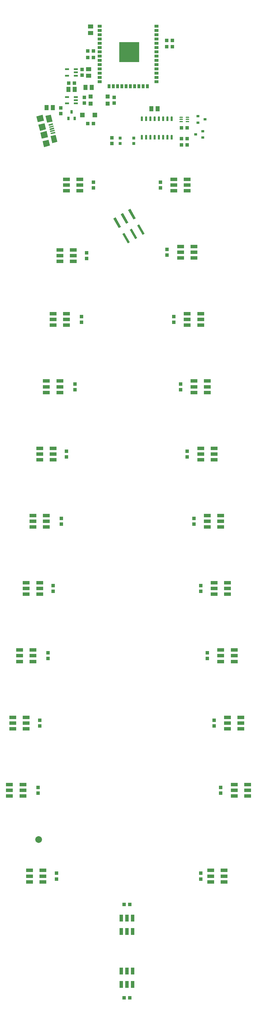
<source format=gbr>
G04 EAGLE Gerber RS-274X export*
G75*
%MOMM*%
%FSLAX34Y34*%
%LPD*%
%INSoldermask Top*%
%IPPOS*%
%AMOC8*
5,1,8,0,0,1.08239X$1,22.5*%
G01*
%ADD10R,1.000000X1.100000*%
%ADD11R,2.000000X1.100000*%
%ADD12R,1.100000X2.000000*%
%ADD13R,1.100000X1.000000*%
%ADD14R,1.500000X1.240000*%
%ADD15R,1.075000X1.000000*%
%ADD16R,1.240000X1.500000*%
%ADD17R,1.200000X0.550000*%
%ADD18R,1.400000X1.400000*%
%ADD19R,1.200000X1.200000*%
%ADD20R,1.000000X1.075000*%
%ADD21R,0.900000X0.900000*%
%ADD22R,0.900000X0.800000*%
%ADD23R,1.200000X0.900000*%
%ADD24R,0.900000X1.200000*%
%ADD25R,6.000000X6.000000*%
%ADD26R,0.635000X1.016000*%
%ADD27R,0.400000X1.350000*%
%ADD28R,2.100000X1.600000*%
%ADD29R,1.900000X1.900000*%
%ADD30R,1.800000X1.900000*%
%ADD31C,0.155000*%
%ADD32C,0.195000*%
%ADD33C,2.000000*%
%ADD34R,0.736600X3.251200*%


D10*
X260000Y-2091500D03*
X260000Y-2108500D03*
X-260000Y-2091500D03*
X-260000Y-2108500D03*
X240000Y-1891500D03*
X240000Y-1908500D03*
X-235000Y-1891500D03*
X-235000Y-1908500D03*
X220000Y-1691500D03*
X220000Y-1708500D03*
X-220000Y-1691500D03*
X-220000Y-1708500D03*
X200000Y-1491500D03*
X200000Y-1508500D03*
X-155000Y-1091500D03*
X-155000Y-1108500D03*
X-195000Y-1491500D03*
X-195000Y-1508500D03*
X180000Y-1291500D03*
X180000Y-1308500D03*
X-180000Y-1291500D03*
X-180000Y-1308500D03*
X160000Y-1091500D03*
X160000Y-1108500D03*
X140000Y-891500D03*
X140000Y-908500D03*
X-135000Y-891500D03*
X-135000Y-908500D03*
X120000Y-691500D03*
X120000Y-708500D03*
X-120000Y-701500D03*
X-120000Y-718500D03*
X100000Y-491500D03*
X100000Y-508500D03*
X-100000Y-491500D03*
X-100000Y-508500D03*
D11*
X-180000Y-483000D03*
X-180000Y-500000D03*
X-180000Y-517000D03*
X-140000Y-517000D03*
X-140000Y-500000D03*
X-140000Y-483000D03*
X220000Y-1283000D03*
X220000Y-1300000D03*
X220000Y-1317000D03*
X260000Y-1317000D03*
X260000Y-1300000D03*
X260000Y-1283000D03*
X-280000Y-1483000D03*
X-280000Y-1500000D03*
X-280000Y-1517000D03*
X-240000Y-1517000D03*
X-240000Y-1500000D03*
X-240000Y-1483000D03*
X240000Y-1483000D03*
X240000Y-1500000D03*
X240000Y-1517000D03*
X280000Y-1517000D03*
X280000Y-1500000D03*
X280000Y-1483000D03*
X-300000Y-1683000D03*
X-300000Y-1700000D03*
X-300000Y-1717000D03*
X-260000Y-1717000D03*
X-260000Y-1700000D03*
X-260000Y-1683000D03*
X260000Y-1683000D03*
X260000Y-1700000D03*
X260000Y-1717000D03*
X300000Y-1717000D03*
X300000Y-1700000D03*
X300000Y-1683000D03*
X-320000Y-1883000D03*
X-320000Y-1900000D03*
X-320000Y-1917000D03*
X-280000Y-1917000D03*
X-280000Y-1900000D03*
X-280000Y-1883000D03*
X280000Y-1883000D03*
X280000Y-1900000D03*
X280000Y-1917000D03*
X320000Y-1917000D03*
X320000Y-1900000D03*
X320000Y-1883000D03*
X-340000Y-2083000D03*
X-340000Y-2100000D03*
X-340000Y-2117000D03*
X-300000Y-2117000D03*
X-300000Y-2100000D03*
X-300000Y-2083000D03*
X300000Y-2083000D03*
X300000Y-2100000D03*
X300000Y-2117000D03*
X340000Y-2117000D03*
X340000Y-2100000D03*
X340000Y-2083000D03*
X-350000Y-2283000D03*
X-350000Y-2300000D03*
X-350000Y-2317000D03*
X-310000Y-2317000D03*
X-310000Y-2300000D03*
X-310000Y-2283000D03*
X140000Y-483000D03*
X140000Y-500000D03*
X140000Y-517000D03*
X180000Y-517000D03*
X180000Y-500000D03*
X180000Y-483000D03*
X320000Y-2283000D03*
X320000Y-2300000D03*
X320000Y-2317000D03*
X360000Y-2317000D03*
X360000Y-2300000D03*
X360000Y-2283000D03*
X-290000Y-2538400D03*
X-290000Y-2555400D03*
X-290000Y-2572400D03*
X-250000Y-2572400D03*
X-250000Y-2555400D03*
X-250000Y-2538400D03*
X250000Y-2538400D03*
X250000Y-2555400D03*
X250000Y-2572400D03*
X290000Y-2572400D03*
X290000Y-2555400D03*
X290000Y-2538400D03*
D12*
X-17000Y-2720000D03*
X0Y-2720000D03*
X17000Y-2720000D03*
X17000Y-2680000D03*
X0Y-2680000D03*
X-17000Y-2680000D03*
X-17000Y-2877700D03*
X0Y-2877700D03*
X17000Y-2877700D03*
X17000Y-2837700D03*
X0Y-2837700D03*
X-17000Y-2837700D03*
D11*
X-200000Y-693000D03*
X-200000Y-710000D03*
X-200000Y-727000D03*
X-160000Y-727000D03*
X-160000Y-710000D03*
X-160000Y-693000D03*
X160000Y-683000D03*
X160000Y-700000D03*
X160000Y-717000D03*
X200000Y-717000D03*
X200000Y-700000D03*
X200000Y-683000D03*
X-220000Y-883000D03*
X-220000Y-900000D03*
X-220000Y-917000D03*
X-180000Y-917000D03*
X-180000Y-900000D03*
X-180000Y-883000D03*
X180000Y-883000D03*
X180000Y-900000D03*
X180000Y-917000D03*
X220000Y-917000D03*
X220000Y-900000D03*
X220000Y-883000D03*
X-240000Y-1083000D03*
X-240000Y-1100000D03*
X-240000Y-1117000D03*
X-200000Y-1117000D03*
X-200000Y-1100000D03*
X-200000Y-1083000D03*
X200000Y-1083000D03*
X200000Y-1100000D03*
X200000Y-1117000D03*
X240000Y-1117000D03*
X240000Y-1100000D03*
X240000Y-1083000D03*
X-260000Y-1283000D03*
X-260000Y-1300000D03*
X-260000Y-1317000D03*
X-220000Y-1317000D03*
X-220000Y-1300000D03*
X-220000Y-1283000D03*
D10*
X-265000Y-2291500D03*
X-265000Y-2308500D03*
X280000Y-2291500D03*
X280000Y-2308500D03*
X-210000Y-2546900D03*
X-210000Y-2563900D03*
X220000Y-2546900D03*
X220000Y-2563900D03*
D13*
X-8500Y-2640000D03*
X8500Y-2640000D03*
X-8500Y-2917700D03*
X8500Y-2917700D03*
D14*
X-114300Y-174600D03*
X-114300Y-155600D03*
D15*
X-173600Y-196850D03*
X-156600Y-196850D03*
D16*
X-104800Y-209550D03*
X-123800Y-209550D03*
D17*
X-152099Y-174600D03*
X-152099Y-165100D03*
X-152099Y-155600D03*
X-178101Y-155600D03*
X-178101Y-174600D03*
D18*
X-132800Y-292100D03*
X-95800Y-292100D03*
D17*
X-152099Y-257150D03*
X-152099Y-247650D03*
X-152099Y-238150D03*
X-178101Y-238150D03*
X-178101Y-257150D03*
D19*
X-107950Y-237150D03*
X-107950Y-258150D03*
D20*
X-127000Y-239150D03*
X-127000Y-256150D03*
D16*
X-174600Y-215900D03*
X-155600Y-215900D03*
D21*
X-20500Y-376300D03*
X-20500Y-360300D03*
X20500Y-360300D03*
X20500Y-376300D03*
D19*
X-57150Y-237150D03*
X-57150Y-258150D03*
D20*
X-38100Y-239150D03*
X-38100Y-256150D03*
D16*
X92050Y-273050D03*
X73050Y-273050D03*
D22*
X204900Y-349250D03*
X225900Y-339750D03*
X225900Y-358750D03*
X233250Y-304800D03*
X212250Y-314300D03*
X212250Y-295300D03*
D20*
X-133350Y-156600D03*
X-133350Y-173600D03*
D14*
X-107950Y-47600D03*
X-107950Y-28600D03*
D23*
X-81380Y-27570D03*
X-81380Y-40270D03*
X-81380Y-52970D03*
X-81380Y-65670D03*
X-81380Y-78370D03*
X-81380Y-91070D03*
X-81380Y-103770D03*
X-81380Y-116470D03*
X-81380Y-129170D03*
X-81380Y-141870D03*
X-81380Y-154570D03*
X-81380Y-167270D03*
X-81380Y-179970D03*
X-81380Y-192670D03*
D24*
X-53380Y-206570D03*
X-40680Y-206570D03*
X-27980Y-206570D03*
X-15280Y-206570D03*
X-2580Y-206570D03*
X10120Y-206570D03*
X22820Y-206570D03*
X35520Y-206570D03*
X48220Y-206570D03*
X60920Y-206570D03*
D23*
X88620Y-192670D03*
X88620Y-179970D03*
X88620Y-167270D03*
X88620Y-154570D03*
X88620Y-141870D03*
X88620Y-129170D03*
X88620Y-116470D03*
X88620Y-103770D03*
X88620Y-91070D03*
X88620Y-78370D03*
X88620Y-65670D03*
X88620Y-52970D03*
X88620Y-40270D03*
X88620Y-27570D03*
D25*
X7020Y-104570D03*
D26*
X-165100Y-282100D03*
X-155600Y-302100D03*
X-174600Y-302100D03*
D15*
X-99450Y-317500D03*
X-116450Y-317500D03*
X-99450Y-101600D03*
X-116450Y-101600D03*
X-116450Y-120650D03*
X-99450Y-120650D03*
D20*
X-44450Y-359800D03*
X-44450Y-376800D03*
X-196850Y-287900D03*
X-196850Y-270900D03*
D27*
G36*
X-229585Y-336313D02*
X-230553Y-332433D01*
X-217455Y-329167D01*
X-216487Y-333047D01*
X-229585Y-336313D01*
G37*
G36*
X-231157Y-330006D02*
X-232125Y-326126D01*
X-219027Y-322860D01*
X-218059Y-326740D01*
X-231157Y-330006D01*
G37*
G36*
X-228013Y-342620D02*
X-228981Y-338740D01*
X-215883Y-335474D01*
X-214915Y-339354D01*
X-228013Y-342620D01*
G37*
G36*
X-232730Y-323699D02*
X-233698Y-319819D01*
X-220600Y-316553D01*
X-219632Y-320433D01*
X-232730Y-323699D01*
G37*
G36*
X-226440Y-348927D02*
X-227408Y-345047D01*
X-214310Y-341781D01*
X-213342Y-345661D01*
X-226440Y-348927D01*
G37*
D28*
G36*
X-237454Y-315086D02*
X-242534Y-294711D01*
X-227010Y-290840D01*
X-221930Y-311215D01*
X-237454Y-315086D01*
G37*
G36*
X-222455Y-375245D02*
X-227535Y-354870D01*
X-212011Y-350999D01*
X-206931Y-371374D01*
X-222455Y-375245D01*
G37*
D29*
G36*
X-259297Y-339084D02*
X-263894Y-320649D01*
X-245459Y-316052D01*
X-240862Y-334487D01*
X-259297Y-339084D01*
G37*
G36*
X-253491Y-362371D02*
X-258088Y-343936D01*
X-239653Y-339339D01*
X-235056Y-357774D01*
X-253491Y-362371D01*
G37*
D30*
G36*
X-265708Y-313370D02*
X-270063Y-295906D01*
X-251628Y-291310D01*
X-247273Y-308774D01*
X-265708Y-313370D01*
G37*
G36*
X-247322Y-387113D02*
X-251677Y-369649D01*
X-233242Y-365053D01*
X-228887Y-382517D01*
X-247322Y-387113D01*
G37*
D15*
X179950Y-330200D03*
X162950Y-330200D03*
X162950Y-361950D03*
X179950Y-361950D03*
X162950Y-381000D03*
X179950Y-381000D03*
D31*
X131025Y-308475D02*
X131025Y-296925D01*
X135675Y-296925D01*
X135675Y-308475D01*
X131025Y-308475D01*
X131025Y-307003D02*
X135675Y-307003D01*
X135675Y-305531D02*
X131025Y-305531D01*
X131025Y-304059D02*
X135675Y-304059D01*
X135675Y-302587D02*
X131025Y-302587D01*
X131025Y-301115D02*
X135675Y-301115D01*
X135675Y-299643D02*
X131025Y-299643D01*
X131025Y-298171D02*
X135675Y-298171D01*
X118325Y-296925D02*
X118325Y-308475D01*
X118325Y-296925D02*
X122975Y-296925D01*
X122975Y-308475D01*
X118325Y-308475D01*
X118325Y-307003D02*
X122975Y-307003D01*
X122975Y-305531D02*
X118325Y-305531D01*
X118325Y-304059D02*
X122975Y-304059D01*
X122975Y-302587D02*
X118325Y-302587D01*
X118325Y-301115D02*
X122975Y-301115D01*
X122975Y-299643D02*
X118325Y-299643D01*
X118325Y-298171D02*
X122975Y-298171D01*
X105625Y-296925D02*
X105625Y-308475D01*
X105625Y-296925D02*
X110275Y-296925D01*
X110275Y-308475D01*
X105625Y-308475D01*
X105625Y-307003D02*
X110275Y-307003D01*
X110275Y-305531D02*
X105625Y-305531D01*
X105625Y-304059D02*
X110275Y-304059D01*
X110275Y-302587D02*
X105625Y-302587D01*
X105625Y-301115D02*
X110275Y-301115D01*
X110275Y-299643D02*
X105625Y-299643D01*
X105625Y-298171D02*
X110275Y-298171D01*
X92925Y-296925D02*
X92925Y-308475D01*
X92925Y-296925D02*
X97575Y-296925D01*
X97575Y-308475D01*
X92925Y-308475D01*
X92925Y-307003D02*
X97575Y-307003D01*
X97575Y-305531D02*
X92925Y-305531D01*
X92925Y-304059D02*
X97575Y-304059D01*
X97575Y-302587D02*
X92925Y-302587D01*
X92925Y-301115D02*
X97575Y-301115D01*
X97575Y-299643D02*
X92925Y-299643D01*
X92925Y-298171D02*
X97575Y-298171D01*
X80225Y-296925D02*
X80225Y-308475D01*
X80225Y-296925D02*
X84875Y-296925D01*
X84875Y-308475D01*
X80225Y-308475D01*
X80225Y-307003D02*
X84875Y-307003D01*
X84875Y-305531D02*
X80225Y-305531D01*
X80225Y-304059D02*
X84875Y-304059D01*
X84875Y-302587D02*
X80225Y-302587D01*
X80225Y-301115D02*
X84875Y-301115D01*
X84875Y-299643D02*
X80225Y-299643D01*
X80225Y-298171D02*
X84875Y-298171D01*
X67525Y-296925D02*
X67525Y-308475D01*
X67525Y-296925D02*
X72175Y-296925D01*
X72175Y-308475D01*
X67525Y-308475D01*
X67525Y-307003D02*
X72175Y-307003D01*
X72175Y-305531D02*
X67525Y-305531D01*
X67525Y-304059D02*
X72175Y-304059D01*
X72175Y-302587D02*
X67525Y-302587D01*
X67525Y-301115D02*
X72175Y-301115D01*
X72175Y-299643D02*
X67525Y-299643D01*
X67525Y-298171D02*
X72175Y-298171D01*
X54825Y-296925D02*
X54825Y-308475D01*
X54825Y-296925D02*
X59475Y-296925D01*
X59475Y-308475D01*
X54825Y-308475D01*
X54825Y-307003D02*
X59475Y-307003D01*
X59475Y-305531D02*
X54825Y-305531D01*
X54825Y-304059D02*
X59475Y-304059D01*
X59475Y-302587D02*
X54825Y-302587D01*
X54825Y-301115D02*
X59475Y-301115D01*
X59475Y-299643D02*
X54825Y-299643D01*
X54825Y-298171D02*
X59475Y-298171D01*
X42125Y-296925D02*
X42125Y-308475D01*
X42125Y-296925D02*
X46775Y-296925D01*
X46775Y-308475D01*
X42125Y-308475D01*
X42125Y-307003D02*
X46775Y-307003D01*
X46775Y-305531D02*
X42125Y-305531D01*
X42125Y-304059D02*
X46775Y-304059D01*
X46775Y-302587D02*
X42125Y-302587D01*
X42125Y-301115D02*
X46775Y-301115D01*
X46775Y-299643D02*
X42125Y-299643D01*
X42125Y-298171D02*
X46775Y-298171D01*
X42125Y-351925D02*
X42125Y-363475D01*
X42125Y-351925D02*
X46775Y-351925D01*
X46775Y-363475D01*
X42125Y-363475D01*
X42125Y-362003D02*
X46775Y-362003D01*
X46775Y-360531D02*
X42125Y-360531D01*
X42125Y-359059D02*
X46775Y-359059D01*
X46775Y-357587D02*
X42125Y-357587D01*
X42125Y-356115D02*
X46775Y-356115D01*
X46775Y-354643D02*
X42125Y-354643D01*
X42125Y-353171D02*
X46775Y-353171D01*
X54825Y-351925D02*
X54825Y-363475D01*
X54825Y-351925D02*
X59475Y-351925D01*
X59475Y-363475D01*
X54825Y-363475D01*
X54825Y-362003D02*
X59475Y-362003D01*
X59475Y-360531D02*
X54825Y-360531D01*
X54825Y-359059D02*
X59475Y-359059D01*
X59475Y-357587D02*
X54825Y-357587D01*
X54825Y-356115D02*
X59475Y-356115D01*
X59475Y-354643D02*
X54825Y-354643D01*
X54825Y-353171D02*
X59475Y-353171D01*
X67525Y-351925D02*
X67525Y-363475D01*
X67525Y-351925D02*
X72175Y-351925D01*
X72175Y-363475D01*
X67525Y-363475D01*
X67525Y-362003D02*
X72175Y-362003D01*
X72175Y-360531D02*
X67525Y-360531D01*
X67525Y-359059D02*
X72175Y-359059D01*
X72175Y-357587D02*
X67525Y-357587D01*
X67525Y-356115D02*
X72175Y-356115D01*
X72175Y-354643D02*
X67525Y-354643D01*
X67525Y-353171D02*
X72175Y-353171D01*
X80225Y-351925D02*
X80225Y-363475D01*
X80225Y-351925D02*
X84875Y-351925D01*
X84875Y-363475D01*
X80225Y-363475D01*
X80225Y-362003D02*
X84875Y-362003D01*
X84875Y-360531D02*
X80225Y-360531D01*
X80225Y-359059D02*
X84875Y-359059D01*
X84875Y-357587D02*
X80225Y-357587D01*
X80225Y-356115D02*
X84875Y-356115D01*
X84875Y-354643D02*
X80225Y-354643D01*
X80225Y-353171D02*
X84875Y-353171D01*
X92925Y-351925D02*
X92925Y-363475D01*
X92925Y-351925D02*
X97575Y-351925D01*
X97575Y-363475D01*
X92925Y-363475D01*
X92925Y-362003D02*
X97575Y-362003D01*
X97575Y-360531D02*
X92925Y-360531D01*
X92925Y-359059D02*
X97575Y-359059D01*
X97575Y-357587D02*
X92925Y-357587D01*
X92925Y-356115D02*
X97575Y-356115D01*
X97575Y-354643D02*
X92925Y-354643D01*
X92925Y-353171D02*
X97575Y-353171D01*
X105625Y-351925D02*
X105625Y-363475D01*
X105625Y-351925D02*
X110275Y-351925D01*
X110275Y-363475D01*
X105625Y-363475D01*
X105625Y-362003D02*
X110275Y-362003D01*
X110275Y-360531D02*
X105625Y-360531D01*
X105625Y-359059D02*
X110275Y-359059D01*
X110275Y-357587D02*
X105625Y-357587D01*
X105625Y-356115D02*
X110275Y-356115D01*
X110275Y-354643D02*
X105625Y-354643D01*
X105625Y-353171D02*
X110275Y-353171D01*
X118325Y-351925D02*
X118325Y-363475D01*
X118325Y-351925D02*
X122975Y-351925D01*
X122975Y-363475D01*
X118325Y-363475D01*
X118325Y-362003D02*
X122975Y-362003D01*
X122975Y-360531D02*
X118325Y-360531D01*
X118325Y-359059D02*
X122975Y-359059D01*
X122975Y-357587D02*
X118325Y-357587D01*
X118325Y-356115D02*
X122975Y-356115D01*
X122975Y-354643D02*
X118325Y-354643D01*
X118325Y-353171D02*
X122975Y-353171D01*
X131025Y-351925D02*
X131025Y-363475D01*
X131025Y-351925D02*
X135675Y-351925D01*
X135675Y-363475D01*
X131025Y-363475D01*
X131025Y-362003D02*
X135675Y-362003D01*
X135675Y-360531D02*
X131025Y-360531D01*
X131025Y-359059D02*
X135675Y-359059D01*
X135675Y-357587D02*
X131025Y-357587D01*
X131025Y-356115D02*
X135675Y-356115D01*
X135675Y-354643D02*
X131025Y-354643D01*
X131025Y-353171D02*
X135675Y-353171D01*
D15*
X118500Y-88900D03*
X135500Y-88900D03*
X118500Y-69850D03*
X135500Y-69850D03*
D32*
X176475Y-310325D02*
X185125Y-310325D01*
X185125Y-312275D01*
X176475Y-312275D01*
X176475Y-310325D01*
X176475Y-310423D02*
X185125Y-310423D01*
X185125Y-303825D02*
X176475Y-303825D01*
X185125Y-303825D02*
X185125Y-305775D01*
X176475Y-305775D01*
X176475Y-303825D01*
X176475Y-303923D02*
X185125Y-303923D01*
X185125Y-297325D02*
X176475Y-297325D01*
X185125Y-297325D02*
X185125Y-299275D01*
X176475Y-299275D01*
X176475Y-297325D01*
X176475Y-297423D02*
X185125Y-297423D01*
X166425Y-297325D02*
X157775Y-297325D01*
X166425Y-297325D02*
X166425Y-299275D01*
X157775Y-299275D01*
X157775Y-297325D01*
X157775Y-297423D02*
X166425Y-297423D01*
X166425Y-303825D02*
X157775Y-303825D01*
X166425Y-303825D02*
X166425Y-305775D01*
X157775Y-305775D01*
X157775Y-303825D01*
X157775Y-303923D02*
X166425Y-303923D01*
X166425Y-310325D02*
X157775Y-310325D01*
X166425Y-310325D02*
X166425Y-312275D01*
X157775Y-312275D01*
X157775Y-310325D01*
X157775Y-310423D02*
X166425Y-310423D01*
D33*
X-263398Y-2446406D03*
D34*
G36*
X-40299Y-599667D02*
X-33920Y-595984D01*
X-17665Y-624139D01*
X-24044Y-627822D01*
X-40299Y-599667D01*
G37*
G36*
X-13629Y-645861D02*
X-7250Y-642178D01*
X9005Y-670333D01*
X2626Y-674016D01*
X-13629Y-645861D01*
G37*
G36*
X-18302Y-586967D02*
X-11923Y-583284D01*
X4332Y-611439D01*
X-2047Y-615122D01*
X-18302Y-586967D01*
G37*
G36*
X8368Y-633161D02*
X14747Y-629478D01*
X31002Y-657633D01*
X24623Y-661316D01*
X8368Y-633161D01*
G37*
G36*
X3695Y-574267D02*
X10074Y-570584D01*
X26329Y-598739D01*
X19950Y-602422D01*
X3695Y-574267D01*
G37*
G36*
X30365Y-620461D02*
X36744Y-616778D01*
X52999Y-644933D01*
X46620Y-648616D01*
X30365Y-620461D01*
G37*
D16*
X-220500Y-270000D03*
X-239500Y-270000D03*
M02*

</source>
